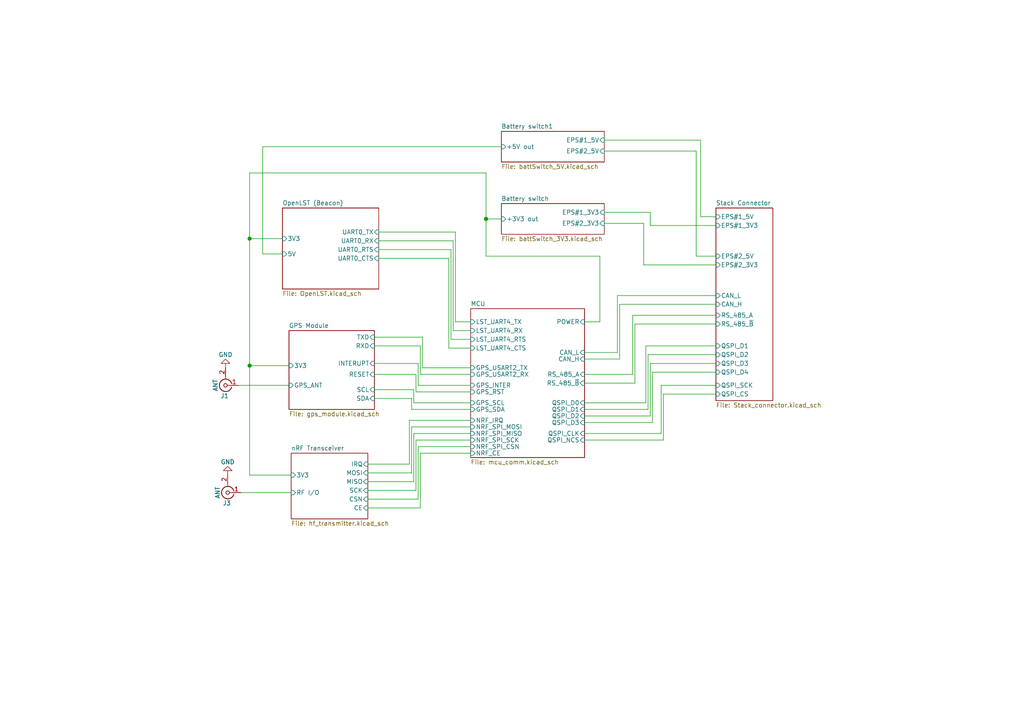
<source format=kicad_sch>
(kicad_sch (version 20210621) (generator eeschema)
  (paper "A4")
  (lib_symbols
    (symbol "openlst-hw:Conn_Coaxial" (pin_names (offset 1.016) hide)
      (property "Reference" "J" (at 0.254 3.048 0))
      (property "Value" "Conn_Coaxial" (at 2.921 0 90))
      (symbol "Conn_Coaxial_0_1"
        (arc (start -1.778 0.508) (end 1.778 0) (radius (at -0.0508 0) (length 1.8034) (angles 163.6 0)) (stroke (width 0.254)))
        (arc (start 1.778 0) (end -1.778 -0.508) (radius (at -0.0254 0) (length 1.8034) (angles 0 -163.8)) (stroke (width 0.254)))
        (circle (center 0 0) (radius 0.508) (stroke (width 0.2032)))
        (polyline (pts (xy -1.27 0) (xy -0.508 0)))
        (polyline (pts (xy 0 -2.54) (xy 0 -1.778)))
      )
      (symbol "Conn_Coaxial_1_1"
        (pin passive line (at -3.81 0 0) (length 2.54) (name "In") (number "1"))
        (pin passive line (at 0 -5.08 90) (length 2.54) (name "Ext") (number "2"))
      )
    )
    (symbol "power:GND" (power) (pin_names (offset 0))
      (property "Value" "GND" (at 0 -3.81 0))
      (symbol "GND_0_1"
        (polyline (pts (xy 0 0) (xy 0 -1.27) (xy 1.27 -1.27) (xy 0 -2.54) (xy -1.27 -1.27) (xy 0 -1.27)))
      )
      (symbol "GND_1_1"
        (pin power_in line (at 0 0 270) (length 0) hide (name "GND") (number "1"))
      )
    )
  )
  (junction (at 72.39 69.215) (diameter 1.016))
  (junction (at 72.39 106.045) (diameter 1.016))
  (junction (at 140.97 63.5) (diameter 1.016))
  (wire (pts (xy 69.215 111.76) (xy 83.82 111.76)))
  (wire (pts (xy 69.85 142.875) (xy 84.455 142.875)))
  (wire (pts (xy 72.39 50.165) (xy 72.39 69.215)))
  (wire (pts (xy 72.39 50.165) (xy 140.97 50.165)))
  (wire (pts (xy 72.39 69.215) (xy 72.39 106.045)))
  (wire (pts (xy 72.39 69.215) (xy 81.915 69.215)))
  (wire (pts (xy 72.39 106.045) (xy 72.39 137.795)))
  (wire (pts (xy 72.39 106.045) (xy 83.82 106.045)))
  (wire (pts (xy 76.2 42.545) (xy 145.415 42.545)))
  (wire (pts (xy 76.2 73.66) (xy 76.2 42.545)))
  (wire (pts (xy 81.915 73.66) (xy 76.2 73.66)))
  (wire (pts (xy 84.455 137.795) (xy 72.39 137.795)))
  (wire (pts (xy 108.585 100.33) (xy 121.92 100.33)))
  (wire (pts (xy 108.585 108.585) (xy 120.65 108.585)))
  (wire (pts (xy 108.585 115.57) (xy 119.38 115.57)))
  (wire (pts (xy 109.855 69.85) (xy 131.445 69.85)))
  (wire (pts (xy 109.855 74.93) (xy 130.175 74.93)))
  (wire (pts (xy 118.745 121.92) (xy 118.745 134.62)))
  (wire (pts (xy 118.745 134.62) (xy 106.68 134.62)))
  (wire (pts (xy 119.38 115.57) (xy 119.38 118.745)))
  (wire (pts (xy 119.38 118.745) (xy 136.525 118.745)))
  (wire (pts (xy 119.38 123.825) (xy 119.38 137.16)))
  (wire (pts (xy 119.38 137.16) (xy 106.68 137.16)))
  (wire (pts (xy 120.015 113.03) (xy 108.585 113.03)))
  (wire (pts (xy 120.015 116.84) (xy 120.015 113.03)))
  (wire (pts (xy 120.015 125.73) (xy 120.015 139.7)))
  (wire (pts (xy 120.015 139.7) (xy 106.68 139.7)))
  (wire (pts (xy 120.65 108.585) (xy 120.65 113.665)))
  (wire (pts (xy 120.65 113.665) (xy 136.525 113.665)))
  (wire (pts (xy 120.65 127.635) (xy 120.65 142.24)))
  (wire (pts (xy 120.65 142.24) (xy 106.68 142.24)))
  (wire (pts (xy 121.285 105.41) (xy 108.585 105.41)))
  (wire (pts (xy 121.285 111.76) (xy 121.285 105.41)))
  (wire (pts (xy 121.285 129.54) (xy 121.285 144.78)))
  (wire (pts (xy 121.285 144.78) (xy 106.68 144.78)))
  (wire (pts (xy 121.92 100.33) (xy 121.92 108.585)))
  (wire (pts (xy 121.92 108.585) (xy 136.525 108.585)))
  (wire (pts (xy 121.92 131.445) (xy 121.92 147.32)))
  (wire (pts (xy 121.92 147.32) (xy 106.68 147.32)))
  (wire (pts (xy 122.555 97.79) (xy 108.585 97.79)))
  (wire (pts (xy 122.555 106.68) (xy 122.555 97.79)))
  (wire (pts (xy 130.175 74.93) (xy 130.175 100.965)))
  (wire (pts (xy 130.175 100.965) (xy 136.525 100.965)))
  (wire (pts (xy 130.81 72.39) (xy 109.855 72.39)))
  (wire (pts (xy 130.81 98.425) (xy 130.81 72.39)))
  (wire (pts (xy 131.445 69.85) (xy 131.445 95.885)))
  (wire (pts (xy 131.445 95.885) (xy 136.525 95.885)))
  (wire (pts (xy 132.08 67.31) (xy 109.855 67.31)))
  (wire (pts (xy 132.08 93.345) (xy 132.08 67.31)))
  (wire (pts (xy 136.525 93.345) (xy 132.08 93.345)))
  (wire (pts (xy 136.525 98.425) (xy 130.81 98.425)))
  (wire (pts (xy 136.525 106.68) (xy 122.555 106.68)))
  (wire (pts (xy 136.525 111.76) (xy 121.285 111.76)))
  (wire (pts (xy 136.525 116.84) (xy 120.015 116.84)))
  (wire (pts (xy 136.525 121.92) (xy 118.745 121.92)))
  (wire (pts (xy 136.525 123.825) (xy 119.38 123.825)))
  (wire (pts (xy 136.525 125.73) (xy 120.015 125.73)))
  (wire (pts (xy 136.525 127.635) (xy 120.65 127.635)))
  (wire (pts (xy 136.525 129.54) (xy 121.285 129.54)))
  (wire (pts (xy 136.525 131.445) (xy 121.92 131.445)))
  (wire (pts (xy 140.97 63.5) (xy 140.97 50.165)))
  (wire (pts (xy 140.97 63.5) (xy 140.97 74.295)))
  (wire (pts (xy 145.415 63.5) (xy 140.97 63.5)))
  (wire (pts (xy 169.545 93.345) (xy 173.99 93.345)))
  (wire (pts (xy 169.545 102.235) (xy 179.07 102.235)))
  (wire (pts (xy 169.545 104.14) (xy 179.705 104.14)))
  (wire (pts (xy 169.545 108.585) (xy 183.515 108.585)))
  (wire (pts (xy 169.545 111.125) (xy 184.15 111.125)))
  (wire (pts (xy 169.545 116.84) (xy 187.325 116.84)))
  (wire (pts (xy 169.545 120.65) (xy 188.595 120.65)))
  (wire (pts (xy 169.545 125.73) (xy 191.77 125.73)))
  (wire (pts (xy 173.99 74.295) (xy 140.97 74.295)))
  (wire (pts (xy 173.99 93.345) (xy 173.99 74.295)))
  (wire (pts (xy 175.26 40.64) (xy 203.2 40.64)))
  (wire (pts (xy 175.26 43.815) (xy 201.93 43.815)))
  (wire (pts (xy 175.26 61.595) (xy 188.595 61.595)))
  (wire (pts (xy 175.26 64.77) (xy 186.69 64.77)))
  (wire (pts (xy 179.07 85.725) (xy 207.645 85.725)))
  (wire (pts (xy 179.07 102.235) (xy 179.07 85.725)))
  (wire (pts (xy 179.705 88.265) (xy 207.645 88.265)))
  (wire (pts (xy 179.705 104.14) (xy 179.705 88.265)))
  (wire (pts (xy 183.515 91.44) (xy 207.645 91.44)))
  (wire (pts (xy 183.515 108.585) (xy 183.515 91.44)))
  (wire (pts (xy 184.15 93.98) (xy 207.645 93.98)))
  (wire (pts (xy 184.15 111.125) (xy 184.15 93.98)))
  (wire (pts (xy 186.69 64.77) (xy 186.69 76.835)))
  (wire (pts (xy 186.69 76.835) (xy 207.645 76.835)))
  (wire (pts (xy 187.325 100.33) (xy 207.645 100.33)))
  (wire (pts (xy 187.325 116.84) (xy 187.325 100.33)))
  (wire (pts (xy 187.96 102.87) (xy 187.96 118.745)))
  (wire (pts (xy 187.96 118.745) (xy 169.545 118.745)))
  (wire (pts (xy 188.595 65.405) (xy 188.595 61.595)))
  (wire (pts (xy 188.595 105.41) (xy 207.645 105.41)))
  (wire (pts (xy 188.595 120.65) (xy 188.595 105.41)))
  (wire (pts (xy 189.23 107.95) (xy 189.23 122.555)))
  (wire (pts (xy 189.23 122.555) (xy 169.545 122.555)))
  (wire (pts (xy 191.77 111.76) (xy 207.645 111.76)))
  (wire (pts (xy 191.77 125.73) (xy 191.77 111.76)))
  (wire (pts (xy 192.405 114.3) (xy 192.405 127.635)))
  (wire (pts (xy 192.405 127.635) (xy 169.545 127.635)))
  (wire (pts (xy 201.93 74.295) (xy 201.93 43.815)))
  (wire (pts (xy 203.2 62.865) (xy 203.2 40.64)))
  (wire (pts (xy 207.645 62.865) (xy 203.2 62.865)))
  (wire (pts (xy 207.645 65.405) (xy 188.595 65.405)))
  (wire (pts (xy 207.645 74.295) (xy 201.93 74.295)))
  (wire (pts (xy 207.645 102.87) (xy 187.96 102.87)))
  (wire (pts (xy 207.645 107.95) (xy 189.23 107.95)))
  (wire (pts (xy 207.645 114.3) (xy 192.405 114.3)))
  (symbol (lib_id "power:GND") (at 65.405 106.68 180) (unit 1)
    (property "Reference" "#PWR0104" (effects hide))
    (property "Value" "GND" (at 65.405 102.87 0))
  )
  (symbol (lib_id "power:GND") (at 66.04 137.795 180) (unit 1)
    (property "Reference" "#PWR0105" (effects hide))
    (property "Value" "~" (at 66.04 133.985 0))
  )
  (symbol (lib_id "openlst-hw:Conn_Coaxial") (at 65.405 111.76 180) (unit 1)
    (property "Reference" "J1" (at 65.151 114.808 0))
    (property "Value" "ANT" (at 62.484 111.76 90))
    (property "Footprint" "archive:SMA_Molex_73251-1153_EdgeMount_Horizontal" (effects hide))
    (property "Datasheet" "https://www.molex.com/pdm_docs/sd/732511150_sd.pdf" (effects hide))
    (property "Manuf" "Molex" (effects hide))
    (property "ManufPN" "732511150" (effects hide))
    (property "Supplier" "Digikey" (effects hide))
    (property "SupplierPN" "WM5534-ND" (effects hide))
  )
  (symbol (lib_id "openlst-hw:Conn_Coaxial") (at 66.04 142.875 180) (unit 1)
    (property "Reference" "J3" (at 65.786 145.923 0))
    (property "Value" "ANT" (at 63.119 142.875 90))
    (property "Footprint" "archive:SMA_Molex_73251-1153_EdgeMount_Horizontal" (effects hide))
    (property "Datasheet" "https://www.molex.com/pdm_docs/sd/732511150_sd.pdf" (effects hide))
    (property "Manuf" "Molex" (effects hide))
    (property "ManufPN" "732511150" (effects hide))
    (property "Supplier" "Digikey" (effects hide))
    (property "SupplierPN" "WM5534-ND" (effects hide))
  )
  (sheet (at 145.415 59.055) (size 29.845 8.89) (stroke (width 0.1524))
    (property "Název listu" "Battery switch" (at 145.415 58.3434 0) (effects (justify left bottom)))
    (property "Soubor listu" "battSwitch_3V3.kicad_sch" (at 145.415 68.5296 0) (effects (justify left top)))
    (pin "+3V3 out" input (at 145.415 63.5 180))
    (pin "EPS#1_3V3" input (at 175.26 61.595 0))
    (pin "EPS#2_3V3" input (at 175.26 64.77 0))
  )
  (sheet (at 145.415 38.1) (size 29.845 8.89) (stroke (width 0.1524))
    (property "Název listu" "Battery switch1" (at 145.415 37.3884 0) (effects (justify left bottom)))
    (property "Soubor listu" "battSwitch_5V.kicad_sch" (at 145.415 47.5746 0) (effects (justify left top)))
    (pin "EPS#1_5V" input (at 175.26 40.64 0))
    (pin "+5V out" input (at 145.415 42.545 180))
    (pin "EPS#2_5V" input (at 175.26 43.815 0))
  )
  (sheet (at 83.82 95.885) (size 24.765 22.86) (stroke (width 0.1524))
    (property "Název listu" "GPS Module" (at 83.82 95.1734 0) (effects (justify left bottom)))
    (property "Soubor listu" "gps_module.kicad_sch" (at 83.82 119.3296 0) (effects (justify left top)))
    (pin "3V3" input (at 83.82 106.045 180))
    (pin "INTERUPT" input (at 108.585 105.41 0))
    (pin "RESET" input (at 108.585 108.585 0))
    (pin "GPS_ANT" input (at 83.82 111.76 180))
    (pin "SCL" input (at 108.585 113.03 0))
    (pin "SDA" input (at 108.585 115.57 0))
    (pin "RXD" input (at 108.585 100.33 0))
    (pin "TXD" input (at 108.585 97.79 0))
  )
  (sheet (at 136.525 89.535) (size 33.02 43.18) (stroke (width 0.1524))
    (property "Název listu" "MCU" (at 136.525 88.8234 0) (effects (justify left bottom)))
    (property "Soubor listu" "mcu_comm.kicad_sch" (at 136.525 133.2996 0) (effects (justify left top)))
    (pin "RS_485_A" input (at 169.545 108.585 0))
    (pin "RS_485_~{B}" input (at 169.545 111.125 0))
    (pin "CAN_L" input (at 169.545 102.235 0))
    (pin "CAN_H" input (at 169.545 104.14 0))
    (pin "QSPI_CLK" input (at 169.545 125.73 0))
    (pin "QSPI_NCS" input (at 169.545 127.635 0))
    (pin "QSPI_D1" input (at 169.545 118.745 0))
    (pin "QSPI_D0" input (at 169.545 116.84 0))
    (pin "QSPI_D3" input (at 169.545 122.555 0))
    (pin "QSPI_D2" input (at 169.545 120.65 0))
    (pin "NRF_SPI_SCK" input (at 136.525 127.635 180))
    (pin "GPS_RST" input (at 136.525 113.665 180))
    (pin "GPS_INTER" input (at 136.525 111.76 180))
    (pin "NRF_SPI_CSN" input (at 136.525 129.54 180))
    (pin "NRF_SPI_MISO" input (at 136.525 125.73 180))
    (pin "NRF_SPI_MOSI" input (at 136.525 123.825 180))
    (pin "GPS_SCL" input (at 136.525 116.84 180))
    (pin "GPS_SDA" input (at 136.525 118.745 180))
    (pin "LST_UART4_RTS" input (at 136.525 98.425 180))
    (pin "LST_UART4_RX" input (at 136.525 95.885 180))
    (pin "GPS_USART2_TX" input (at 136.525 106.68 180))
    (pin "GPS_USART2_RX" input (at 136.525 108.585 180))
    (pin "LST_UART4_TX" input (at 136.525 93.345 180))
    (pin "LST_UART4_CTS" input (at 136.525 100.965 180))
    (pin "POWER" input (at 169.545 93.345 0))
    (pin "NRF_CE" input (at 136.525 131.445 180))
    (pin "NRF_IRQ" input (at 136.525 121.92 180))
  )
  (sheet (at 81.915 60.325) (size 27.94 23.495) (stroke (width 0.1524))
    (property "Název listu" "OpenLST (Beacon)" (at 81.915 59.6134 0) (effects (justify left bottom)))
    (property "Soubor listu" "OpenLST.kicad_sch" (at 81.915 84.4046 0) (effects (justify left top)))
    (pin "5V" input (at 81.915 73.66 180))
    (pin "3V3" input (at 81.915 69.215 180))
    (pin "UART0_CTS" input (at 109.855 74.93 0))
    (pin "UART0_RTS" input (at 109.855 72.39 0))
    (pin "UART0_RX" input (at 109.855 69.85 0))
    (pin "UART0_TX" input (at 109.855 67.31 0))
  )
  (sheet (at 207.645 60.325) (size 16.51 55.88) (stroke (width 0.1524))
    (property "Název listu" "Stack Connector" (at 207.645 59.6134 0) (effects (justify left bottom)))
    (property "Soubor listu" "Stack_connector.kicad_sch" (at 207.645 116.7896 0) (effects (justify left top)))
    (pin "CAN_H" input (at 207.645 88.265 180))
    (pin "RS_485_A" input (at 207.645 91.44 180))
    (pin "EPS#1_5V" input (at 207.645 62.865 180))
    (pin "EPS#1_3V3" input (at 207.645 65.405 180))
    (pin "CAN_L" input (at 207.645 85.725 180))
    (pin "RS_485_~{B}" input (at 207.645 93.98 180))
    (pin "QSPI_D1" input (at 207.645 100.33 180))
    (pin "QSPI_SCK" input (at 207.645 111.76 180))
    (pin "EPS#2_3V3" input (at 207.645 76.835 180))
    (pin "EPS#2_5V" input (at 207.645 74.295 180))
    (pin "QSPI_CS" input (at 207.645 114.3 180))
    (pin "QSPI_D2" input (at 207.645 102.87 180))
    (pin "QSPI_D3" input (at 207.645 105.41 180))
    (pin "QSPI_D4" input (at 207.645 107.95 180))
  )
  (sheet (at 84.455 131.445) (size 22.225 19.05) (stroke (width 0.1524))
    (property "Název listu" "nRF Transceiver" (at 84.455 130.7334 0) (effects (justify left bottom)))
    (property "Soubor listu" "hf_transmitter.kicad_sch" (at 84.455 151.0796 0) (effects (justify left top)))
    (pin "RF I{slash}O" input (at 84.455 142.875 180))
    (pin "3V3" input (at 84.455 137.795 180))
    (pin "MOSI" input (at 106.68 137.16 0))
    (pin "MISO" input (at 106.68 139.7 0))
    (pin "SCK" input (at 106.68 142.24 0))
    (pin "CE" input (at 106.68 147.32 0))
    (pin "IRQ" input (at 106.68 134.62 0))
    (pin "CSN" input (at 106.68 144.78 0))
  )
)
</source>
